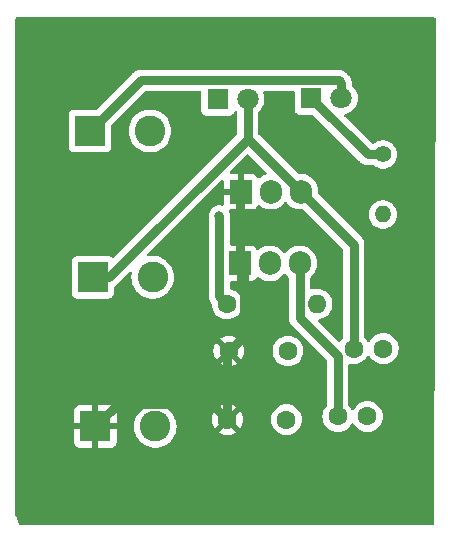
<source format=gbr>
%TF.GenerationSoftware,KiCad,Pcbnew,7.0.7*%
%TF.CreationDate,2023-12-05T02:09:59+05:30*%
%TF.ProjectId,VR 5v and 9v,56522035-7620-4616-9e64-2039762e6b69,rev?*%
%TF.SameCoordinates,Original*%
%TF.FileFunction,Copper,L1,Top*%
%TF.FilePolarity,Positive*%
%FSLAX46Y46*%
G04 Gerber Fmt 4.6, Leading zero omitted, Abs format (unit mm)*
G04 Created by KiCad (PCBNEW 7.0.7) date 2023-12-05 02:09:59*
%MOMM*%
%LPD*%
G01*
G04 APERTURE LIST*
%TA.AperFunction,ComponentPad*%
%ADD10C,1.600000*%
%TD*%
%TA.AperFunction,ComponentPad*%
%ADD11R,1.905000X2.000000*%
%TD*%
%TA.AperFunction,ComponentPad*%
%ADD12O,1.905000X2.000000*%
%TD*%
%TA.AperFunction,ComponentPad*%
%ADD13R,2.600000X2.600000*%
%TD*%
%TA.AperFunction,ComponentPad*%
%ADD14C,2.600000*%
%TD*%
%TA.AperFunction,ComponentPad*%
%ADD15C,1.400000*%
%TD*%
%TA.AperFunction,ComponentPad*%
%ADD16O,1.400000X1.400000*%
%TD*%
%TA.AperFunction,ComponentPad*%
%ADD17O,1.600000X1.600000*%
%TD*%
%TA.AperFunction,ComponentPad*%
%ADD18R,1.800000X1.800000*%
%TD*%
%TA.AperFunction,ComponentPad*%
%ADD19C,1.800000*%
%TD*%
%TA.AperFunction,ViaPad*%
%ADD20C,0.800000*%
%TD*%
%TA.AperFunction,Conductor*%
%ADD21C,0.800000*%
%TD*%
%TA.AperFunction,Conductor*%
%ADD22C,0.250000*%
%TD*%
G04 APERTURE END LIST*
D10*
%TO.P,,1*%
%TO.N,+12V*%
X139060000Y-106710000D03*
%TO.P,,2*%
%TO.N,GND*%
X144060000Y-106710000D03*
%TD*%
%TO.P,C2,1*%
%TO.N,9v*%
X149760000Y-100700000D03*
%TO.P,C2,2*%
%TO.N,GND*%
X152260000Y-100700000D03*
%TD*%
D11*
%TO.P,,1,IN*%
%TO.N,+12V*%
X140190000Y-87400000D03*
D12*
%TO.P,,2,GND*%
%TO.N,GND*%
X142730000Y-87400000D03*
%TO.P,,3,OUT*%
%TO.N,9v*%
X145270000Y-87400000D03*
%TD*%
D13*
%TO.P,J3,1,Pin_1*%
%TO.N,+12V*%
X127875000Y-107285000D03*
D14*
%TO.P,J3,2,Pin_2*%
%TO.N,GND*%
X132955000Y-107285000D03*
%TD*%
D15*
%TO.P,,1*%
%TO.N,Net-(D2-K)*%
X152230000Y-84260000D03*
D16*
%TO.P,,2*%
%TO.N,GND*%
X152230000Y-89340000D03*
%TD*%
D10*
%TO.P,C4,1*%
%TO.N,5v*%
X148410000Y-106440000D03*
%TO.P,C4,2*%
%TO.N,GND*%
X150910000Y-106440000D03*
%TD*%
D11*
%TO.P,,1,IN*%
%TO.N,+12V*%
X140100000Y-93475000D03*
D12*
%TO.P,,2,GND*%
%TO.N,GND*%
X142640000Y-93475000D03*
%TO.P,,3,OUT*%
%TO.N,5v*%
X145180000Y-93475000D03*
%TD*%
D10*
%TO.P,R1,1*%
%TO.N,Net-(D1-K)*%
X139030000Y-96920000D03*
D17*
%TO.P,R1,2*%
%TO.N,GND*%
X146650000Y-96920000D03*
%TD*%
D10*
%TO.P,,1*%
%TO.N,+12V*%
X139190000Y-100900000D03*
%TO.P,,2*%
%TO.N,GND*%
X144190000Y-100900000D03*
%TD*%
D13*
%TO.P,,1,Pin_1*%
%TO.N,5v*%
X127430000Y-82270000D03*
D14*
%TO.P,,2,Pin_2*%
%TO.N,GND*%
X132510000Y-82270000D03*
%TD*%
D18*
%TO.P,D2,1,K*%
%TO.N,Net-(D2-K)*%
X146162000Y-79492000D03*
D19*
%TO.P,D2,2,A*%
%TO.N,5v*%
X148702000Y-79492000D03*
%TD*%
D13*
%TO.P,J2,1,Pin_1*%
%TO.N,9v*%
X127665000Y-94655000D03*
D14*
%TO.P,J2,2,Pin_2*%
%TO.N,GND*%
X132745000Y-94655000D03*
%TD*%
D18*
%TO.P,D1,1,K*%
%TO.N,Net-(D1-K)*%
X138250000Y-79570000D03*
D19*
%TO.P,D1,2,A*%
%TO.N,9v*%
X140790000Y-79570000D03*
%TD*%
D20*
%TO.N,Net-(D1-K)*%
X138390000Y-89460000D03*
%TD*%
D21*
%TO.N,+12V*%
X137735000Y-105385000D02*
X139060000Y-106710000D01*
X139060000Y-101030000D02*
X139190000Y-100900000D01*
X139190000Y-100900000D02*
X140430000Y-99660000D01*
X140430000Y-99660000D02*
X140430000Y-93805000D01*
D22*
X140100000Y-87490000D02*
X140190000Y-87400000D01*
D21*
X129775000Y-105385000D02*
X137735000Y-105385000D01*
D22*
X140155000Y-93530000D02*
X140100000Y-93475000D01*
D21*
X140100000Y-93475000D02*
X140100000Y-87490000D01*
X140430000Y-93805000D02*
X140100000Y-93475000D01*
X139060000Y-106710000D02*
X139060000Y-101030000D01*
X127875000Y-107285000D02*
X129775000Y-105385000D01*
%TO.N,9v*%
X140790000Y-79570000D02*
X140790000Y-82920000D01*
X149760000Y-91890000D02*
X149760000Y-100700000D01*
X129055000Y-94655000D02*
X140790000Y-82920000D01*
X127665000Y-94655000D02*
X129055000Y-94655000D01*
X145270000Y-87400000D02*
X149760000Y-91890000D01*
X140790000Y-82920000D02*
X145270000Y-87400000D01*
%TO.N,5v*%
X148474792Y-77992000D02*
X131708000Y-77992000D01*
X145180000Y-93475000D02*
X145180000Y-98099899D01*
X131708000Y-77992000D02*
X127430000Y-82270000D01*
X148702000Y-79492000D02*
X148702000Y-78219208D01*
X148410000Y-101329899D02*
X148410000Y-106440000D01*
X145180000Y-98099899D02*
X148410000Y-101329899D01*
X148702000Y-78219208D02*
X148474792Y-77992000D01*
%TO.N,Net-(D1-K)*%
X138390000Y-89460000D02*
X138390000Y-96280000D01*
X139030000Y-96920000D02*
X138390000Y-96280000D01*
%TO.N,Net-(D2-K)*%
X146162000Y-79492000D02*
X150930000Y-84260000D01*
X150930000Y-84260000D02*
X152230000Y-84260000D01*
%TD*%
%TA.AperFunction,Conductor*%
%TO.N,+12V*%
G36*
X140368210Y-87950545D02*
G01*
X140420729Y-87996627D01*
X140440000Y-88063018D01*
X140440000Y-88900000D01*
X141190328Y-88900000D01*
X141190344Y-88899999D01*
X141249872Y-88893598D01*
X141249879Y-88893596D01*
X141384586Y-88843354D01*
X141384593Y-88843350D01*
X141499687Y-88757190D01*
X141499690Y-88757187D01*
X141585850Y-88642093D01*
X141585855Y-88642084D01*
X141597312Y-88611367D01*
X141639182Y-88555433D01*
X141704646Y-88531015D01*
X141772920Y-88545866D01*
X141789655Y-88556844D01*
X141932561Y-88668072D01*
X142144336Y-88782679D01*
X142262598Y-88823278D01*
X142372083Y-88860865D01*
X142372085Y-88860865D01*
X142372087Y-88860866D01*
X142609601Y-88900500D01*
X142609602Y-88900500D01*
X142850398Y-88900500D01*
X142850399Y-88900500D01*
X143087913Y-88860866D01*
X143315664Y-88782679D01*
X143527439Y-88668072D01*
X143717463Y-88520171D01*
X143880551Y-88343010D01*
X143896190Y-88319071D01*
X143949336Y-88273714D01*
X144018567Y-88264290D01*
X144081904Y-88293791D01*
X144103808Y-88319070D01*
X144119449Y-88343010D01*
X144282537Y-88520171D01*
X144472561Y-88668072D01*
X144684336Y-88782679D01*
X144802598Y-88823278D01*
X144912083Y-88860865D01*
X144912085Y-88860865D01*
X144912087Y-88860866D01*
X145149601Y-88900500D01*
X145149602Y-88900500D01*
X145390400Y-88900500D01*
X145397731Y-88899276D01*
X145418796Y-88895761D01*
X145488161Y-88904141D01*
X145526889Y-88930388D01*
X148823181Y-92226680D01*
X148856666Y-92288003D01*
X148859500Y-92314361D01*
X148859500Y-99709950D01*
X148839815Y-99776989D01*
X148823182Y-99797631D01*
X148759951Y-99860862D01*
X148629430Y-100047268D01*
X148626721Y-100051961D01*
X148624519Y-100050689D01*
X148585363Y-100095117D01*
X148518160Y-100114237D01*
X148451289Y-100093988D01*
X148431523Y-100077922D01*
X146772807Y-98419207D01*
X146739322Y-98357884D01*
X146744306Y-98288192D01*
X146786178Y-98232259D01*
X146849680Y-98207998D01*
X146876692Y-98205635D01*
X147096496Y-98146739D01*
X147302734Y-98050568D01*
X147489139Y-97920047D01*
X147650047Y-97759139D01*
X147780568Y-97572734D01*
X147876739Y-97366496D01*
X147935635Y-97146692D01*
X147955468Y-96920000D01*
X147935635Y-96693308D01*
X147876739Y-96473504D01*
X147780568Y-96267266D01*
X147650047Y-96080861D01*
X147650045Y-96080858D01*
X147489141Y-95919954D01*
X147302734Y-95789432D01*
X147302732Y-95789431D01*
X147096497Y-95693261D01*
X147096488Y-95693258D01*
X146876697Y-95634366D01*
X146876693Y-95634365D01*
X146876692Y-95634365D01*
X146876691Y-95634364D01*
X146876686Y-95634364D01*
X146650002Y-95614532D01*
X146649998Y-95614532D01*
X146423313Y-95634364D01*
X146423302Y-95634366D01*
X146236593Y-95684394D01*
X146166743Y-95682731D01*
X146108881Y-95643568D01*
X146081377Y-95579339D01*
X146080500Y-95564619D01*
X146080500Y-94723476D01*
X146100185Y-94656437D01*
X146128335Y-94625624D01*
X146167463Y-94595171D01*
X146330551Y-94418010D01*
X146462255Y-94216422D01*
X146558983Y-93995905D01*
X146618095Y-93762476D01*
X146633000Y-93582600D01*
X146633000Y-93367400D01*
X146618095Y-93187524D01*
X146558983Y-92954095D01*
X146462255Y-92733578D01*
X146330551Y-92531990D01*
X146167463Y-92354829D01*
X146033358Y-92250451D01*
X145977441Y-92206929D01*
X145765665Y-92092321D01*
X145765656Y-92092318D01*
X145537916Y-92014134D01*
X145341766Y-91981403D01*
X145300399Y-91974500D01*
X145059601Y-91974500D01*
X145018234Y-91981403D01*
X144822083Y-92014134D01*
X144594343Y-92092318D01*
X144594334Y-92092321D01*
X144382558Y-92206929D01*
X144278395Y-92288003D01*
X144192537Y-92354829D01*
X144029449Y-92531990D01*
X144013808Y-92555931D01*
X143960661Y-92601287D01*
X143891430Y-92610710D01*
X143828094Y-92581207D01*
X143806192Y-92555931D01*
X143790551Y-92531990D01*
X143627463Y-92354829D01*
X143493358Y-92250451D01*
X143437441Y-92206929D01*
X143225665Y-92092321D01*
X143225656Y-92092318D01*
X142997916Y-92014134D01*
X142801766Y-91981403D01*
X142760399Y-91974500D01*
X142519601Y-91974500D01*
X142478234Y-91981403D01*
X142282083Y-92014134D01*
X142054343Y-92092318D01*
X142054334Y-92092321D01*
X141842559Y-92206929D01*
X141699656Y-92318155D01*
X141634662Y-92343797D01*
X141566122Y-92330230D01*
X141515797Y-92281762D01*
X141507312Y-92263633D01*
X141495855Y-92232915D01*
X141495850Y-92232906D01*
X141409690Y-92117812D01*
X141409687Y-92117809D01*
X141294593Y-92031649D01*
X141294586Y-92031645D01*
X141159879Y-91981403D01*
X141159872Y-91981401D01*
X141100344Y-91975000D01*
X140350000Y-91975000D01*
X140350000Y-92810347D01*
X140330315Y-92877386D01*
X140277511Y-92923141D01*
X140208353Y-92933085D01*
X140192547Y-92929749D01*
X140175598Y-92925000D01*
X140175596Y-92925000D01*
X140062378Y-92925000D01*
X140062376Y-92925000D01*
X139990884Y-92934826D01*
X139921789Y-92924453D01*
X139869270Y-92878371D01*
X139850000Y-92811981D01*
X139850000Y-91975000D01*
X139414500Y-91975000D01*
X139347461Y-91955315D01*
X139301706Y-91902511D01*
X139290500Y-91851000D01*
X139290500Y-89510445D01*
X139290840Y-89503960D01*
X139291929Y-89493595D01*
X139295460Y-89460000D01*
X139275674Y-89271744D01*
X139217179Y-89091716D01*
X139213876Y-89085996D01*
X139197407Y-89018096D01*
X139220261Y-88952070D01*
X139275183Y-88908881D01*
X139321266Y-88900000D01*
X139940000Y-88900000D01*
X139940000Y-88064652D01*
X139959685Y-87997613D01*
X140012489Y-87951858D01*
X140081647Y-87941914D01*
X140097447Y-87945248D01*
X140114404Y-87950000D01*
X140114406Y-87950000D01*
X140227622Y-87950000D01*
X140299116Y-87940173D01*
X140368210Y-87950545D01*
G37*
%TD.AperFunction*%
%TA.AperFunction,Conductor*%
G36*
X140833333Y-84252678D02*
G01*
X140877677Y-84281177D01*
X141668737Y-85072236D01*
X142353374Y-85756873D01*
X142386859Y-85818196D01*
X142381875Y-85887888D01*
X142340003Y-85943821D01*
X142305957Y-85961835D01*
X142144340Y-86017319D01*
X142144334Y-86017321D01*
X141932559Y-86131929D01*
X141789656Y-86243155D01*
X141724662Y-86268797D01*
X141656122Y-86255230D01*
X141605797Y-86206762D01*
X141597312Y-86188633D01*
X141585855Y-86157915D01*
X141585850Y-86157906D01*
X141499690Y-86042812D01*
X141499687Y-86042809D01*
X141384593Y-85956649D01*
X141384586Y-85956645D01*
X141249879Y-85906403D01*
X141249872Y-85906401D01*
X141190344Y-85900000D01*
X140440000Y-85900000D01*
X140440000Y-86735347D01*
X140420315Y-86802386D01*
X140367511Y-86848141D01*
X140298353Y-86858085D01*
X140282547Y-86854749D01*
X140265598Y-86850000D01*
X140265596Y-86850000D01*
X140152378Y-86850000D01*
X140152376Y-86850000D01*
X140080884Y-86859826D01*
X140011789Y-86849453D01*
X139959270Y-86803371D01*
X139940000Y-86736981D01*
X139940000Y-85900000D01*
X139382859Y-85900000D01*
X139315820Y-85880315D01*
X139270065Y-85827511D01*
X139260121Y-85758353D01*
X139289146Y-85694797D01*
X139295164Y-85688333D01*
X140702320Y-84281177D01*
X140763641Y-84247694D01*
X140833333Y-84252678D01*
G37*
%TD.AperFunction*%
%TA.AperFunction,Conductor*%
G36*
X156662519Y-72669685D02*
G01*
X156708274Y-72722489D01*
X156719478Y-72774518D01*
X156543290Y-114874045D01*
X156540517Y-115536519D01*
X156520552Y-115603475D01*
X156467557Y-115649009D01*
X156416518Y-115660000D01*
X121560585Y-115660000D01*
X121493546Y-115640315D01*
X121447791Y-115587511D01*
X121447272Y-115586361D01*
X121320637Y-115301434D01*
X121130685Y-114874042D01*
X121120000Y-114823688D01*
X121120000Y-108632844D01*
X126075000Y-108632844D01*
X126081401Y-108692372D01*
X126081403Y-108692379D01*
X126131645Y-108827086D01*
X126131649Y-108827093D01*
X126217809Y-108942187D01*
X126217812Y-108942190D01*
X126332906Y-109028350D01*
X126332913Y-109028354D01*
X126467620Y-109078596D01*
X126467627Y-109078598D01*
X126527155Y-109084999D01*
X126527172Y-109085000D01*
X127624999Y-109085000D01*
X127624999Y-108051753D01*
X127644684Y-107984714D01*
X127697487Y-107938959D01*
X127766646Y-107929015D01*
X127779823Y-107931646D01*
X127792886Y-107935000D01*
X127792890Y-107935000D01*
X127915892Y-107935000D01*
X127915894Y-107935000D01*
X127915899Y-107934999D01*
X127915903Y-107934999D01*
X127963270Y-107929015D01*
X127985458Y-107926212D01*
X128054436Y-107937338D01*
X128106448Y-107983991D01*
X128125000Y-108049234D01*
X128124999Y-109084999D01*
X128125000Y-109085000D01*
X129222828Y-109085000D01*
X129222844Y-109084999D01*
X129282372Y-109078598D01*
X129282379Y-109078596D01*
X129417086Y-109028354D01*
X129417093Y-109028350D01*
X129532187Y-108942190D01*
X129532190Y-108942187D01*
X129618350Y-108827093D01*
X129618354Y-108827086D01*
X129668596Y-108692379D01*
X129668598Y-108692372D01*
X129674999Y-108632844D01*
X129675000Y-108632827D01*
X129675000Y-107535000D01*
X128638921Y-107535000D01*
X128571882Y-107515315D01*
X128526127Y-107462511D01*
X128516183Y-107393353D01*
X128517117Y-107387766D01*
X128517659Y-107384919D01*
X128528873Y-107326138D01*
X128526285Y-107285004D01*
X131149451Y-107285004D01*
X131169616Y-107554101D01*
X131229664Y-107817188D01*
X131229666Y-107817195D01*
X131320735Y-108049234D01*
X131328257Y-108068398D01*
X131463185Y-108302102D01*
X131599080Y-108472509D01*
X131631442Y-108513089D01*
X131818183Y-108686358D01*
X131829259Y-108696635D01*
X132052226Y-108848651D01*
X132295359Y-108965738D01*
X132553228Y-109045280D01*
X132553229Y-109045280D01*
X132553232Y-109045281D01*
X132820063Y-109085499D01*
X132820068Y-109085499D01*
X132820071Y-109085500D01*
X132820072Y-109085500D01*
X133089928Y-109085500D01*
X133089929Y-109085500D01*
X133089936Y-109085499D01*
X133356767Y-109045281D01*
X133356768Y-109045280D01*
X133356772Y-109045280D01*
X133614641Y-108965738D01*
X133857775Y-108848651D01*
X134080741Y-108696635D01*
X134278561Y-108513085D01*
X134446815Y-108302102D01*
X134581743Y-108068398D01*
X134680334Y-107817195D01*
X134740383Y-107554103D01*
X134757466Y-107326138D01*
X134760549Y-107285004D01*
X134760549Y-107284995D01*
X134742012Y-107037636D01*
X134740383Y-107015897D01*
X134680334Y-106752805D01*
X134663535Y-106710002D01*
X137755034Y-106710002D01*
X137774858Y-106936599D01*
X137774860Y-106936610D01*
X137833730Y-107156317D01*
X137833734Y-107156326D01*
X137929865Y-107362481D01*
X137929866Y-107362483D01*
X137980973Y-107435471D01*
X137980973Y-107435472D01*
X138522580Y-106893865D01*
X138583903Y-106860380D01*
X138653594Y-106865364D01*
X138709528Y-106907235D01*
X138720742Y-106925246D01*
X138725175Y-106933945D01*
X138732358Y-106948044D01*
X138732363Y-106948050D01*
X138821949Y-107037636D01*
X138821951Y-107037637D01*
X138821955Y-107037641D01*
X138844747Y-107049254D01*
X138895542Y-107097228D01*
X138912337Y-107165049D01*
X138889799Y-107231184D01*
X138876132Y-107247419D01*
X138334526Y-107789025D01*
X138334526Y-107789026D01*
X138407512Y-107840131D01*
X138407516Y-107840133D01*
X138613673Y-107936265D01*
X138613682Y-107936269D01*
X138833389Y-107995139D01*
X138833400Y-107995141D01*
X139059998Y-108014966D01*
X139060002Y-108014966D01*
X139286599Y-107995141D01*
X139286610Y-107995139D01*
X139506317Y-107936269D01*
X139506331Y-107936264D01*
X139712478Y-107840136D01*
X139785472Y-107789025D01*
X139243866Y-107247419D01*
X139210381Y-107186096D01*
X139215365Y-107116404D01*
X139257237Y-107060471D01*
X139275245Y-107049258D01*
X139298045Y-107037641D01*
X139387641Y-106948045D01*
X139399254Y-106925252D01*
X139447225Y-106874458D01*
X139515046Y-106857661D01*
X139581181Y-106880197D01*
X139597419Y-106893866D01*
X140139025Y-107435472D01*
X140190136Y-107362478D01*
X140286264Y-107156331D01*
X140286269Y-107156317D01*
X140345139Y-106936610D01*
X140345141Y-106936599D01*
X140364966Y-106710002D01*
X140364966Y-106710001D01*
X142754532Y-106710001D01*
X142774364Y-106936686D01*
X142774366Y-106936697D01*
X142833258Y-107156488D01*
X142833261Y-107156497D01*
X142929431Y-107362732D01*
X142929432Y-107362734D01*
X143059954Y-107549141D01*
X143220858Y-107710045D01*
X143220861Y-107710047D01*
X143407266Y-107840568D01*
X143613504Y-107936739D01*
X143613509Y-107936740D01*
X143613511Y-107936741D01*
X143621789Y-107938959D01*
X143833308Y-107995635D01*
X143995230Y-108009801D01*
X144059998Y-108015468D01*
X144060000Y-108015468D01*
X144060002Y-108015468D01*
X144116672Y-108010509D01*
X144286692Y-107995635D01*
X144506496Y-107936739D01*
X144712734Y-107840568D01*
X144899139Y-107710047D01*
X145060047Y-107549139D01*
X145190568Y-107362734D01*
X145286739Y-107156496D01*
X145345635Y-106936692D01*
X145365468Y-106710000D01*
X145361679Y-106666697D01*
X145359430Y-106640984D01*
X145345635Y-106483308D01*
X145286739Y-106263504D01*
X145190568Y-106057266D01*
X145060047Y-105870861D01*
X145060045Y-105870858D01*
X144899141Y-105709954D01*
X144712734Y-105579432D01*
X144712732Y-105579431D01*
X144506497Y-105483261D01*
X144506488Y-105483258D01*
X144286697Y-105424366D01*
X144286693Y-105424365D01*
X144286692Y-105424365D01*
X144286691Y-105424364D01*
X144286686Y-105424364D01*
X144060002Y-105404532D01*
X144059998Y-105404532D01*
X143833313Y-105424364D01*
X143833302Y-105424366D01*
X143613511Y-105483258D01*
X143613502Y-105483261D01*
X143407267Y-105579431D01*
X143407265Y-105579432D01*
X143220858Y-105709954D01*
X143059954Y-105870858D01*
X142929432Y-106057265D01*
X142929431Y-106057267D01*
X142833261Y-106263502D01*
X142833258Y-106263511D01*
X142774366Y-106483302D01*
X142774364Y-106483313D01*
X142754532Y-106709998D01*
X142754532Y-106710001D01*
X140364966Y-106710001D01*
X140364966Y-106709997D01*
X140345141Y-106483400D01*
X140345139Y-106483389D01*
X140286269Y-106263682D01*
X140286265Y-106263673D01*
X140190133Y-106057516D01*
X140190131Y-106057512D01*
X140139026Y-105984526D01*
X140139025Y-105984526D01*
X139597419Y-106526132D01*
X139536096Y-106559617D01*
X139466404Y-106554633D01*
X139410471Y-106512761D01*
X139399256Y-106494751D01*
X139387641Y-106471955D01*
X139387637Y-106471951D01*
X139387636Y-106471949D01*
X139298050Y-106382363D01*
X139298044Y-106382358D01*
X139288109Y-106377296D01*
X139275250Y-106370744D01*
X139224456Y-106322773D01*
X139207660Y-106254952D01*
X139230197Y-106188817D01*
X139243865Y-106172580D01*
X139785472Y-105630973D01*
X139712483Y-105579866D01*
X139712481Y-105579865D01*
X139506326Y-105483734D01*
X139506317Y-105483730D01*
X139286610Y-105424860D01*
X139286599Y-105424858D01*
X139060002Y-105405034D01*
X139059998Y-105405034D01*
X138833400Y-105424858D01*
X138833389Y-105424860D01*
X138613682Y-105483730D01*
X138613673Y-105483734D01*
X138407513Y-105579868D01*
X138334526Y-105630973D01*
X138876133Y-106172580D01*
X138909618Y-106233903D01*
X138904634Y-106303595D01*
X138862762Y-106359528D01*
X138844748Y-106370745D01*
X138821956Y-106382358D01*
X138821949Y-106382363D01*
X138732363Y-106471949D01*
X138732358Y-106471956D01*
X138720745Y-106494748D01*
X138672770Y-106545544D01*
X138604949Y-106562338D01*
X138538814Y-106539800D01*
X138522580Y-106526133D01*
X137980973Y-105984526D01*
X137929868Y-106057513D01*
X137833734Y-106263673D01*
X137833730Y-106263682D01*
X137774860Y-106483389D01*
X137774858Y-106483400D01*
X137755034Y-106709997D01*
X137755034Y-106710002D01*
X134663535Y-106710002D01*
X134581743Y-106501602D01*
X134446815Y-106267898D01*
X134278561Y-106056915D01*
X134278560Y-106056914D01*
X134278557Y-106056910D01*
X134080741Y-105873365D01*
X133976634Y-105802386D01*
X133857775Y-105721349D01*
X133857769Y-105721346D01*
X133857768Y-105721345D01*
X133857767Y-105721344D01*
X133614643Y-105604263D01*
X133614645Y-105604263D01*
X133356773Y-105524720D01*
X133356767Y-105524718D01*
X133089936Y-105484500D01*
X133089929Y-105484500D01*
X132820071Y-105484500D01*
X132820063Y-105484500D01*
X132553232Y-105524718D01*
X132553226Y-105524720D01*
X132295358Y-105604262D01*
X132052230Y-105721346D01*
X131829258Y-105873365D01*
X131631442Y-106056910D01*
X131463185Y-106267898D01*
X131328258Y-106501599D01*
X131328256Y-106501603D01*
X131229666Y-106752804D01*
X131229664Y-106752811D01*
X131169616Y-107015898D01*
X131149451Y-107284995D01*
X131149451Y-107285004D01*
X128526285Y-107285004D01*
X128518847Y-107166784D01*
X128534283Y-107098643D01*
X128584109Y-107049663D01*
X128642602Y-107035000D01*
X129674999Y-107035000D01*
X129675000Y-105937172D01*
X129674999Y-105937155D01*
X129668598Y-105877627D01*
X129668596Y-105877620D01*
X129618354Y-105742913D01*
X129618350Y-105742906D01*
X129532190Y-105627812D01*
X129532187Y-105627809D01*
X129417093Y-105541649D01*
X129417086Y-105541645D01*
X129282379Y-105491403D01*
X129282372Y-105491401D01*
X129222844Y-105485000D01*
X128125000Y-105485000D01*
X128125000Y-106518246D01*
X128105315Y-106585285D01*
X128052511Y-106631040D01*
X127983353Y-106640984D01*
X127970165Y-106638351D01*
X127957115Y-106635000D01*
X127957114Y-106635000D01*
X127834106Y-106635000D01*
X127834104Y-106635000D01*
X127834091Y-106635001D01*
X127764539Y-106643787D01*
X127695561Y-106632660D01*
X127643550Y-106586006D01*
X127624999Y-106520765D01*
X127625000Y-105485000D01*
X126527155Y-105485000D01*
X126467627Y-105491401D01*
X126467620Y-105491403D01*
X126332913Y-105541645D01*
X126332906Y-105541649D01*
X126217812Y-105627809D01*
X126217809Y-105627812D01*
X126131649Y-105742906D01*
X126131645Y-105742913D01*
X126081403Y-105877620D01*
X126081401Y-105877627D01*
X126075000Y-105937155D01*
X126075000Y-107035000D01*
X127111079Y-107035000D01*
X127178118Y-107054685D01*
X127223873Y-107107489D01*
X127233817Y-107176647D01*
X127232883Y-107182234D01*
X127221127Y-107243862D01*
X127230532Y-107393353D01*
X127231153Y-107403214D01*
X127215717Y-107471357D01*
X127165891Y-107520337D01*
X127107398Y-107535000D01*
X126075000Y-107535000D01*
X126075000Y-108632844D01*
X121120000Y-108632844D01*
X121120000Y-100900002D01*
X137885034Y-100900002D01*
X137904858Y-101126599D01*
X137904860Y-101126610D01*
X137963730Y-101346317D01*
X137963734Y-101346326D01*
X138059865Y-101552481D01*
X138059866Y-101552483D01*
X138110973Y-101625471D01*
X138110973Y-101625472D01*
X138652580Y-101083865D01*
X138713903Y-101050380D01*
X138783594Y-101055364D01*
X138839528Y-101097235D01*
X138850742Y-101115246D01*
X138856527Y-101126599D01*
X138862358Y-101138044D01*
X138862363Y-101138050D01*
X138951949Y-101227636D01*
X138951951Y-101227637D01*
X138951955Y-101227641D01*
X138974747Y-101239254D01*
X139025542Y-101287228D01*
X139042337Y-101355049D01*
X139019799Y-101421184D01*
X139006132Y-101437419D01*
X138464526Y-101979025D01*
X138464526Y-101979026D01*
X138537512Y-102030131D01*
X138537516Y-102030133D01*
X138743673Y-102126265D01*
X138743682Y-102126269D01*
X138963389Y-102185139D01*
X138963400Y-102185141D01*
X139189998Y-102204966D01*
X139190002Y-102204966D01*
X139416599Y-102185141D01*
X139416610Y-102185139D01*
X139636317Y-102126269D01*
X139636331Y-102126264D01*
X139842478Y-102030136D01*
X139915472Y-101979025D01*
X139373866Y-101437419D01*
X139340381Y-101376096D01*
X139345365Y-101306404D01*
X139387237Y-101250471D01*
X139405245Y-101239258D01*
X139428045Y-101227641D01*
X139517641Y-101138045D01*
X139529254Y-101115252D01*
X139577225Y-101064458D01*
X139645046Y-101047661D01*
X139711181Y-101070197D01*
X139727419Y-101083866D01*
X140269025Y-101625472D01*
X140320136Y-101552478D01*
X140416264Y-101346331D01*
X140416269Y-101346317D01*
X140475139Y-101126610D01*
X140475141Y-101126599D01*
X140494966Y-100900002D01*
X140494966Y-100900001D01*
X142884532Y-100900001D01*
X142904364Y-101126686D01*
X142904366Y-101126697D01*
X142963258Y-101346488D01*
X142963261Y-101346497D01*
X143059431Y-101552732D01*
X143059432Y-101552734D01*
X143189954Y-101739141D01*
X143350858Y-101900045D01*
X143350861Y-101900047D01*
X143537266Y-102030568D01*
X143743504Y-102126739D01*
X143963308Y-102185635D01*
X144125230Y-102199801D01*
X144189998Y-102205468D01*
X144190000Y-102205468D01*
X144190002Y-102205468D01*
X144246672Y-102200509D01*
X144416692Y-102185635D01*
X144636496Y-102126739D01*
X144842734Y-102030568D01*
X145029139Y-101900047D01*
X145190047Y-101739139D01*
X145320568Y-101552734D01*
X145416739Y-101346496D01*
X145475635Y-101126692D01*
X145495468Y-100900000D01*
X145475635Y-100673308D01*
X145422047Y-100473313D01*
X145416741Y-100453511D01*
X145416738Y-100453502D01*
X145402936Y-100423903D01*
X145320568Y-100247266D01*
X145190047Y-100060861D01*
X145190045Y-100060858D01*
X145029141Y-99899954D01*
X144842734Y-99769432D01*
X144842732Y-99769431D01*
X144636497Y-99673261D01*
X144636488Y-99673258D01*
X144416697Y-99614366D01*
X144416693Y-99614365D01*
X144416692Y-99614365D01*
X144416691Y-99614364D01*
X144416686Y-99614364D01*
X144190002Y-99594532D01*
X144189998Y-99594532D01*
X143963313Y-99614364D01*
X143963302Y-99614366D01*
X143743511Y-99673258D01*
X143743502Y-99673261D01*
X143537267Y-99769431D01*
X143537265Y-99769432D01*
X143350858Y-99899954D01*
X143189954Y-100060858D01*
X143059432Y-100247265D01*
X143059431Y-100247267D01*
X142963261Y-100453502D01*
X142963258Y-100453511D01*
X142904366Y-100673302D01*
X142904364Y-100673313D01*
X142884532Y-100899998D01*
X142884532Y-100900001D01*
X140494966Y-100900001D01*
X140494966Y-100899997D01*
X140475141Y-100673400D01*
X140475139Y-100673389D01*
X140416269Y-100453682D01*
X140416265Y-100453673D01*
X140320133Y-100247516D01*
X140320131Y-100247512D01*
X140269026Y-100174526D01*
X140269025Y-100174526D01*
X139727419Y-100716132D01*
X139666096Y-100749617D01*
X139596404Y-100744633D01*
X139540471Y-100702761D01*
X139529256Y-100684751D01*
X139517641Y-100661955D01*
X139517637Y-100661951D01*
X139517636Y-100661949D01*
X139428050Y-100572363D01*
X139428044Y-100572358D01*
X139418109Y-100567296D01*
X139405250Y-100560744D01*
X139354456Y-100512773D01*
X139337660Y-100444952D01*
X139360197Y-100378817D01*
X139373865Y-100362580D01*
X139915472Y-99820973D01*
X139842483Y-99769866D01*
X139842481Y-99769865D01*
X139636326Y-99673734D01*
X139636317Y-99673730D01*
X139416610Y-99614860D01*
X139416599Y-99614858D01*
X139190002Y-99595034D01*
X139189998Y-99595034D01*
X138963400Y-99614858D01*
X138963389Y-99614860D01*
X138743682Y-99673730D01*
X138743673Y-99673734D01*
X138537513Y-99769868D01*
X138464526Y-99820973D01*
X139006133Y-100362580D01*
X139039618Y-100423903D01*
X139034634Y-100493595D01*
X138992762Y-100549528D01*
X138974748Y-100560745D01*
X138951956Y-100572358D01*
X138951949Y-100572363D01*
X138862363Y-100661949D01*
X138862358Y-100661956D01*
X138850745Y-100684748D01*
X138802770Y-100735544D01*
X138734949Y-100752338D01*
X138668814Y-100729800D01*
X138652580Y-100716133D01*
X138110973Y-100174526D01*
X138059868Y-100247513D01*
X137963734Y-100453673D01*
X137963730Y-100453682D01*
X137904860Y-100673389D01*
X137904858Y-100673400D01*
X137885034Y-100899997D01*
X137885034Y-100900002D01*
X121120000Y-100900002D01*
X121120000Y-83617870D01*
X125629500Y-83617870D01*
X125629501Y-83617876D01*
X125635908Y-83677483D01*
X125686202Y-83812328D01*
X125686206Y-83812335D01*
X125772452Y-83927544D01*
X125772455Y-83927547D01*
X125887664Y-84013793D01*
X125887671Y-84013797D01*
X126022517Y-84064091D01*
X126022516Y-84064091D01*
X126029444Y-84064835D01*
X126082127Y-84070500D01*
X128777872Y-84070499D01*
X128837483Y-84064091D01*
X128972331Y-84013796D01*
X129087546Y-83927546D01*
X129173796Y-83812331D01*
X129224091Y-83677483D01*
X129230500Y-83617873D01*
X129230499Y-82270004D01*
X130704451Y-82270004D01*
X130724616Y-82539101D01*
X130784664Y-82802188D01*
X130784666Y-82802195D01*
X130883257Y-83053398D01*
X131018185Y-83287102D01*
X131075921Y-83359500D01*
X131186442Y-83498089D01*
X131373183Y-83671358D01*
X131384259Y-83681635D01*
X131607226Y-83833651D01*
X131850359Y-83950738D01*
X132108228Y-84030280D01*
X132108229Y-84030280D01*
X132108232Y-84030281D01*
X132375063Y-84070499D01*
X132375068Y-84070499D01*
X132375071Y-84070500D01*
X132375072Y-84070500D01*
X132644928Y-84070500D01*
X132644929Y-84070500D01*
X132644936Y-84070499D01*
X132911767Y-84030281D01*
X132911768Y-84030280D01*
X132911772Y-84030280D01*
X133169641Y-83950738D01*
X133412775Y-83833651D01*
X133635741Y-83681635D01*
X133833561Y-83498085D01*
X134001815Y-83287102D01*
X134136743Y-83053398D01*
X134235334Y-82802195D01*
X134295383Y-82539103D01*
X134315549Y-82270000D01*
X134295383Y-82000897D01*
X134235334Y-81737805D01*
X134136743Y-81486602D01*
X134001815Y-81252898D01*
X133833561Y-81041915D01*
X133833560Y-81041914D01*
X133833557Y-81041910D01*
X133635741Y-80858365D01*
X133629776Y-80854298D01*
X133412775Y-80706349D01*
X133412769Y-80706346D01*
X133412768Y-80706345D01*
X133412767Y-80706344D01*
X133169643Y-80589263D01*
X133169645Y-80589263D01*
X132911773Y-80509720D01*
X132911767Y-80509718D01*
X132644936Y-80469500D01*
X132644929Y-80469500D01*
X132375071Y-80469500D01*
X132375063Y-80469500D01*
X132108232Y-80509718D01*
X132108226Y-80509720D01*
X131850358Y-80589262D01*
X131607230Y-80706346D01*
X131384258Y-80858365D01*
X131186442Y-81041910D01*
X131018185Y-81252898D01*
X130883258Y-81486599D01*
X130883256Y-81486603D01*
X130784666Y-81737804D01*
X130784664Y-81737811D01*
X130724616Y-82000898D01*
X130704451Y-82269995D01*
X130704451Y-82270004D01*
X129230499Y-82270004D01*
X129230499Y-81794359D01*
X129250184Y-81727321D01*
X129266813Y-81706684D01*
X132044680Y-78928819D01*
X132106004Y-78895334D01*
X132132362Y-78892500D01*
X136725500Y-78892500D01*
X136792539Y-78912185D01*
X136838294Y-78964989D01*
X136849500Y-79016500D01*
X136849500Y-80517870D01*
X136849501Y-80517876D01*
X136855908Y-80577483D01*
X136906202Y-80712328D01*
X136906206Y-80712335D01*
X136992452Y-80827544D01*
X136992455Y-80827547D01*
X137107664Y-80913793D01*
X137107671Y-80913797D01*
X137242517Y-80964091D01*
X137242516Y-80964091D01*
X137249444Y-80964835D01*
X137302127Y-80970500D01*
X139197872Y-80970499D01*
X139257483Y-80964091D01*
X139392331Y-80913796D01*
X139507546Y-80827546D01*
X139593796Y-80712331D01*
X139610156Y-80668468D01*
X139622455Y-80635493D01*
X139664326Y-80579559D01*
X139729790Y-80555141D01*
X139798063Y-80569992D01*
X139829866Y-80594843D01*
X139838216Y-80603913D01*
X139841655Y-80606589D01*
X139882472Y-80663295D01*
X139889500Y-80704448D01*
X139889500Y-82495638D01*
X139869815Y-82562677D01*
X139853181Y-82583319D01*
X129465147Y-92971352D01*
X129403824Y-93004837D01*
X129334132Y-92999853D01*
X129303155Y-92982938D01*
X129291565Y-92974262D01*
X129225760Y-92925000D01*
X129207330Y-92911203D01*
X129207328Y-92911202D01*
X129072482Y-92860908D01*
X129072483Y-92860908D01*
X129012883Y-92854501D01*
X129012881Y-92854500D01*
X129012873Y-92854500D01*
X129012864Y-92854500D01*
X126317129Y-92854500D01*
X126317123Y-92854501D01*
X126257516Y-92860908D01*
X126122671Y-92911202D01*
X126122664Y-92911206D01*
X126007455Y-92997452D01*
X126007452Y-92997455D01*
X125921206Y-93112664D01*
X125921202Y-93112671D01*
X125870908Y-93247517D01*
X125864501Y-93307116D01*
X125864500Y-93307135D01*
X125864500Y-96002870D01*
X125864501Y-96002876D01*
X125870908Y-96062483D01*
X125921202Y-96197328D01*
X125921206Y-96197335D01*
X126007452Y-96312544D01*
X126007455Y-96312547D01*
X126122664Y-96398793D01*
X126122671Y-96398797D01*
X126257517Y-96449091D01*
X126257516Y-96449091D01*
X126264444Y-96449835D01*
X126317127Y-96455500D01*
X129012872Y-96455499D01*
X129072483Y-96449091D01*
X129207331Y-96398796D01*
X129322546Y-96312546D01*
X129408796Y-96197331D01*
X129459091Y-96062483D01*
X129465500Y-96002873D01*
X129465499Y-95532481D01*
X129485183Y-95465443D01*
X129533206Y-95421996D01*
X129548149Y-95414383D01*
X129548150Y-95414381D01*
X129548152Y-95414381D01*
X129559031Y-95405570D01*
X129575083Y-95394537D01*
X129587216Y-95387533D01*
X129638847Y-95341043D01*
X129641260Y-95338982D01*
X129658380Y-95325119D01*
X129673929Y-95309568D01*
X129676270Y-95307347D01*
X129727888Y-95260871D01*
X129736130Y-95249525D01*
X129748760Y-95234737D01*
X130762335Y-94221162D01*
X130823656Y-94187679D01*
X130893348Y-94192663D01*
X130949281Y-94234535D01*
X130973698Y-94299999D01*
X130970905Y-94336437D01*
X130959616Y-94385896D01*
X130959616Y-94385898D01*
X130939451Y-94654995D01*
X130939451Y-94655004D01*
X130959616Y-94924101D01*
X131019664Y-95187188D01*
X131019666Y-95187195D01*
X131118256Y-95438396D01*
X131118258Y-95438400D01*
X131133871Y-95465443D01*
X131253185Y-95672102D01*
X131346752Y-95789431D01*
X131421442Y-95883089D01*
X131550543Y-96002876D01*
X131619259Y-96066635D01*
X131842226Y-96218651D01*
X132085359Y-96335738D01*
X132343228Y-96415280D01*
X132343229Y-96415280D01*
X132343232Y-96415281D01*
X132610063Y-96455499D01*
X132610068Y-96455499D01*
X132610071Y-96455500D01*
X132610072Y-96455500D01*
X132879928Y-96455500D01*
X132879929Y-96455500D01*
X132879936Y-96455499D01*
X133146767Y-96415281D01*
X133146768Y-96415280D01*
X133146772Y-96415280D01*
X133404641Y-96335738D01*
X133647775Y-96218651D01*
X133870741Y-96066635D01*
X134068561Y-95883085D01*
X134236815Y-95672102D01*
X134371743Y-95438398D01*
X134470334Y-95187195D01*
X134530383Y-94924103D01*
X134545897Y-94717084D01*
X134550549Y-94655004D01*
X134550549Y-94654995D01*
X134530383Y-94385898D01*
X134530383Y-94385896D01*
X134470334Y-94122805D01*
X134371743Y-93871602D01*
X134236815Y-93637898D01*
X134068561Y-93426915D01*
X134068560Y-93426914D01*
X134068557Y-93426910D01*
X133870741Y-93243365D01*
X133835862Y-93219585D01*
X133647775Y-93091349D01*
X133647771Y-93091347D01*
X133647768Y-93091345D01*
X133647767Y-93091344D01*
X133404643Y-92974263D01*
X133404645Y-92974263D01*
X133146773Y-92894720D01*
X133146767Y-92894718D01*
X132879936Y-92854500D01*
X132879929Y-92854500D01*
X132610071Y-92854500D01*
X132610063Y-92854500D01*
X132416241Y-92883714D01*
X132347016Y-92874241D01*
X132293903Y-92828846D01*
X132273763Y-92761942D01*
X132292991Y-92694770D01*
X132310074Y-92673423D01*
X138525821Y-86457676D01*
X138587142Y-86424193D01*
X138656834Y-86429177D01*
X138712767Y-86471049D01*
X138737184Y-86536513D01*
X138737500Y-86545359D01*
X138737500Y-87150000D01*
X139523044Y-87150000D01*
X139590083Y-87169685D01*
X139635838Y-87222489D01*
X139646755Y-87282463D01*
X139646441Y-87287045D01*
X139646441Y-87287047D01*
X139636123Y-87437886D01*
X139649191Y-87500772D01*
X139643557Y-87570414D01*
X139601166Y-87625955D01*
X139535477Y-87649761D01*
X139527784Y-87650000D01*
X138737500Y-87650000D01*
X138737500Y-88447827D01*
X138737678Y-88451153D01*
X138736655Y-88451207D01*
X138724994Y-88515774D01*
X138677374Y-88566903D01*
X138609672Y-88584170D01*
X138588340Y-88581540D01*
X138484647Y-88559500D01*
X138484646Y-88559500D01*
X138295354Y-88559500D01*
X138262897Y-88566398D01*
X138110197Y-88598855D01*
X138110192Y-88598857D01*
X137937270Y-88675848D01*
X137937265Y-88675851D01*
X137784129Y-88787111D01*
X137657466Y-88927785D01*
X137562821Y-89091715D01*
X137562818Y-89091722D01*
X137504327Y-89271740D01*
X137504326Y-89271744D01*
X137484540Y-89460000D01*
X137489160Y-89503960D01*
X137489500Y-89510445D01*
X137489500Y-96199373D01*
X137487973Y-96218772D01*
X137485781Y-96232611D01*
X137489415Y-96301956D01*
X137489500Y-96305201D01*
X137489500Y-96327189D01*
X137491797Y-96349059D01*
X137492051Y-96352290D01*
X137495686Y-96421643D01*
X137495688Y-96421653D01*
X137499315Y-96435189D01*
X137502860Y-96454314D01*
X137502985Y-96455499D01*
X137504326Y-96468256D01*
X137506030Y-96473502D01*
X137525784Y-96534298D01*
X137526705Y-96537409D01*
X137544679Y-96604486D01*
X137544684Y-96604498D01*
X137551043Y-96616978D01*
X137558488Y-96634949D01*
X137562820Y-96648282D01*
X137597537Y-96708414D01*
X137599085Y-96711266D01*
X137620992Y-96754259D01*
X137630617Y-96773149D01*
X137630619Y-96773151D01*
X137630620Y-96773153D01*
X137639438Y-96784043D01*
X137650454Y-96800070D01*
X137657465Y-96812213D01*
X137657470Y-96812220D01*
X137693543Y-96852284D01*
X137723772Y-96915277D01*
X137724920Y-96924447D01*
X137744364Y-97146687D01*
X137744366Y-97146697D01*
X137803258Y-97366488D01*
X137803261Y-97366497D01*
X137899431Y-97572732D01*
X137899432Y-97572734D01*
X138029954Y-97759141D01*
X138190858Y-97920045D01*
X138190861Y-97920047D01*
X138377266Y-98050568D01*
X138583504Y-98146739D01*
X138583509Y-98146740D01*
X138583511Y-98146741D01*
X138636415Y-98160916D01*
X138803308Y-98205635D01*
X138965230Y-98219801D01*
X139029998Y-98225468D01*
X139030000Y-98225468D01*
X139030002Y-98225468D01*
X139086672Y-98220509D01*
X139256692Y-98205635D01*
X139476496Y-98146739D01*
X139682734Y-98050568D01*
X139869139Y-97920047D01*
X140030047Y-97759139D01*
X140160568Y-97572734D01*
X140256739Y-97366496D01*
X140315635Y-97146692D01*
X140335468Y-96920000D01*
X140315635Y-96693308D01*
X140256739Y-96473504D01*
X140160568Y-96267266D01*
X140030047Y-96080861D01*
X140030045Y-96080858D01*
X139869141Y-95919954D01*
X139682734Y-95789432D01*
X139682732Y-95789431D01*
X139476495Y-95693260D01*
X139382405Y-95668048D01*
X139322745Y-95631683D01*
X139292217Y-95568835D01*
X139290500Y-95548274D01*
X139290500Y-95099000D01*
X139310185Y-95031961D01*
X139362989Y-94986206D01*
X139414500Y-94975000D01*
X139850000Y-94975000D01*
X139850000Y-94139652D01*
X139869685Y-94072613D01*
X139922489Y-94026858D01*
X139991647Y-94016914D01*
X140007447Y-94020248D01*
X140024404Y-94025000D01*
X140024406Y-94025000D01*
X140137622Y-94025000D01*
X140209116Y-94015173D01*
X140278210Y-94025545D01*
X140330729Y-94071627D01*
X140350000Y-94138018D01*
X140350000Y-94975000D01*
X141100328Y-94975000D01*
X141100344Y-94974999D01*
X141159872Y-94968598D01*
X141159879Y-94968596D01*
X141294586Y-94918354D01*
X141294593Y-94918350D01*
X141409687Y-94832190D01*
X141409690Y-94832187D01*
X141495850Y-94717093D01*
X141495855Y-94717084D01*
X141507312Y-94686367D01*
X141549182Y-94630433D01*
X141614646Y-94606015D01*
X141682920Y-94620866D01*
X141699655Y-94631844D01*
X141842561Y-94743072D01*
X142054336Y-94857679D01*
X142172598Y-94898278D01*
X142282083Y-94935865D01*
X142282085Y-94935865D01*
X142282087Y-94935866D01*
X142519601Y-94975500D01*
X142519602Y-94975500D01*
X142760398Y-94975500D01*
X142760399Y-94975500D01*
X142997913Y-94935866D01*
X143225664Y-94857679D01*
X143437439Y-94743072D01*
X143627463Y-94595171D01*
X143790551Y-94418010D01*
X143806190Y-94394071D01*
X143859336Y-94348714D01*
X143928567Y-94339290D01*
X143991904Y-94368791D01*
X144013808Y-94394070D01*
X144029449Y-94418010D01*
X144192537Y-94595171D01*
X144231662Y-94625623D01*
X144272475Y-94682331D01*
X144279500Y-94723476D01*
X144279500Y-98019272D01*
X144277973Y-98038671D01*
X144275781Y-98052510D01*
X144279415Y-98121855D01*
X144279500Y-98125100D01*
X144279500Y-98147088D01*
X144281797Y-98168958D01*
X144282051Y-98172189D01*
X144285686Y-98241542D01*
X144285688Y-98241552D01*
X144289315Y-98255088D01*
X144292860Y-98274213D01*
X144294325Y-98288148D01*
X144294326Y-98288155D01*
X144294328Y-98288161D01*
X144315784Y-98354197D01*
X144316705Y-98357308D01*
X144334679Y-98424385D01*
X144334684Y-98424397D01*
X144341043Y-98436877D01*
X144348488Y-98454848D01*
X144352820Y-98468181D01*
X144387537Y-98528313D01*
X144389085Y-98531165D01*
X144410992Y-98574158D01*
X144420617Y-98593048D01*
X144420619Y-98593050D01*
X144420620Y-98593052D01*
X144429438Y-98603942D01*
X144440454Y-98619969D01*
X144447465Y-98632112D01*
X144447470Y-98632119D01*
X144493939Y-98683730D01*
X144496043Y-98686194D01*
X144509882Y-98703281D01*
X144525423Y-98718821D01*
X144527657Y-98721176D01*
X144574128Y-98772786D01*
X144585468Y-98781025D01*
X144600265Y-98793663D01*
X147473181Y-101666579D01*
X147506666Y-101727902D01*
X147509500Y-101754260D01*
X147509500Y-105449951D01*
X147489815Y-105516990D01*
X147473181Y-105537632D01*
X147409954Y-105600858D01*
X147279432Y-105787265D01*
X147279431Y-105787267D01*
X147183261Y-105993502D01*
X147183258Y-105993511D01*
X147124366Y-106213302D01*
X147124364Y-106213313D01*
X147104532Y-106439998D01*
X147104532Y-106440001D01*
X147124364Y-106666686D01*
X147124366Y-106666697D01*
X147183258Y-106886488D01*
X147183261Y-106886497D01*
X147279431Y-107092732D01*
X147279432Y-107092734D01*
X147409954Y-107279141D01*
X147570858Y-107440045D01*
X147570861Y-107440047D01*
X147757266Y-107570568D01*
X147963504Y-107666739D01*
X148183308Y-107725635D01*
X148345230Y-107739801D01*
X148409998Y-107745468D01*
X148410000Y-107745468D01*
X148410002Y-107745468D01*
X148466673Y-107740509D01*
X148636692Y-107725635D01*
X148856496Y-107666739D01*
X149062734Y-107570568D01*
X149249139Y-107440047D01*
X149410047Y-107279139D01*
X149540568Y-107092734D01*
X149547618Y-107077614D01*
X149593789Y-107025176D01*
X149660982Y-107006023D01*
X149727864Y-107026238D01*
X149772381Y-107077614D01*
X149779432Y-107092733D01*
X149779432Y-107092734D01*
X149909954Y-107279141D01*
X150070858Y-107440045D01*
X150070861Y-107440047D01*
X150257266Y-107570568D01*
X150463504Y-107666739D01*
X150683308Y-107725635D01*
X150845230Y-107739801D01*
X150909998Y-107745468D01*
X150910000Y-107745468D01*
X150910002Y-107745468D01*
X150966672Y-107740509D01*
X151136692Y-107725635D01*
X151356496Y-107666739D01*
X151562734Y-107570568D01*
X151749139Y-107440047D01*
X151910047Y-107279139D01*
X152040568Y-107092734D01*
X152136739Y-106886496D01*
X152195635Y-106666692D01*
X152215468Y-106440000D01*
X152195635Y-106213308D01*
X152136739Y-105993504D01*
X152040568Y-105787266D01*
X151910047Y-105600861D01*
X151910045Y-105600858D01*
X151749141Y-105439954D01*
X151562734Y-105309432D01*
X151562732Y-105309431D01*
X151356497Y-105213261D01*
X151356488Y-105213258D01*
X151136697Y-105154366D01*
X151136693Y-105154365D01*
X151136692Y-105154365D01*
X151136691Y-105154364D01*
X151136686Y-105154364D01*
X150910002Y-105134532D01*
X150909998Y-105134532D01*
X150683313Y-105154364D01*
X150683302Y-105154366D01*
X150463511Y-105213258D01*
X150463502Y-105213261D01*
X150257267Y-105309431D01*
X150257265Y-105309432D01*
X150070858Y-105439954D01*
X149909954Y-105600858D01*
X149779433Y-105787264D01*
X149779432Y-105787266D01*
X149772380Y-105802387D01*
X149726209Y-105854825D01*
X149659015Y-105873976D01*
X149592134Y-105853760D01*
X149547619Y-105802387D01*
X149540568Y-105787266D01*
X149410047Y-105600861D01*
X149410045Y-105600858D01*
X149346819Y-105537632D01*
X149313334Y-105476309D01*
X149310500Y-105449951D01*
X149310500Y-102087533D01*
X149330185Y-102020494D01*
X149382989Y-101974739D01*
X149452147Y-101964795D01*
X149466572Y-101967753D01*
X149533308Y-101985635D01*
X149695230Y-101999801D01*
X149759998Y-102005468D01*
X149760000Y-102005468D01*
X149760002Y-102005468D01*
X149816672Y-102000509D01*
X149986692Y-101985635D01*
X150206496Y-101926739D01*
X150412734Y-101830568D01*
X150599139Y-101700047D01*
X150760047Y-101539139D01*
X150890568Y-101352734D01*
X150897618Y-101337614D01*
X150943789Y-101285176D01*
X151010982Y-101266023D01*
X151077864Y-101286238D01*
X151122381Y-101337614D01*
X151129432Y-101352733D01*
X151129432Y-101352734D01*
X151259954Y-101539141D01*
X151420858Y-101700045D01*
X151420861Y-101700047D01*
X151607266Y-101830568D01*
X151813504Y-101926739D01*
X152033308Y-101985635D01*
X152195230Y-101999801D01*
X152259998Y-102005468D01*
X152260000Y-102005468D01*
X152260002Y-102005468D01*
X152316673Y-102000509D01*
X152486692Y-101985635D01*
X152706496Y-101926739D01*
X152912734Y-101830568D01*
X153099139Y-101700047D01*
X153260047Y-101539139D01*
X153390568Y-101352734D01*
X153486739Y-101146496D01*
X153545635Y-100926692D01*
X153564057Y-100716132D01*
X153565468Y-100700001D01*
X153565468Y-100699998D01*
X153549268Y-100514835D01*
X153545635Y-100473308D01*
X153486739Y-100253504D01*
X153390568Y-100047266D01*
X153260047Y-99860861D01*
X153260045Y-99860858D01*
X153099141Y-99699954D01*
X152912734Y-99569432D01*
X152912732Y-99569431D01*
X152706497Y-99473261D01*
X152706488Y-99473258D01*
X152486697Y-99414366D01*
X152486693Y-99414365D01*
X152486692Y-99414365D01*
X152486691Y-99414364D01*
X152486686Y-99414364D01*
X152260002Y-99394532D01*
X152259998Y-99394532D01*
X152033313Y-99414364D01*
X152033302Y-99414366D01*
X151813511Y-99473258D01*
X151813502Y-99473261D01*
X151607267Y-99569431D01*
X151607265Y-99569432D01*
X151420858Y-99699954D01*
X151259954Y-99860858D01*
X151129433Y-100047264D01*
X151129432Y-100047266D01*
X151122380Y-100062387D01*
X151076209Y-100114825D01*
X151009015Y-100133976D01*
X150942134Y-100113760D01*
X150897619Y-100062387D01*
X150890568Y-100047266D01*
X150760047Y-99860861D01*
X150760045Y-99860858D01*
X150696819Y-99797632D01*
X150663334Y-99736309D01*
X150660500Y-99709951D01*
X150660500Y-91970626D01*
X150662027Y-91951225D01*
X150664219Y-91937388D01*
X150660584Y-91868040D01*
X150660500Y-91864797D01*
X150660500Y-91842809D01*
X150660499Y-91842800D01*
X150658201Y-91820936D01*
X150657947Y-91817720D01*
X150654313Y-91748355D01*
X150650685Y-91734814D01*
X150647139Y-91715688D01*
X150645674Y-91701744D01*
X150624209Y-91635682D01*
X150623296Y-91632601D01*
X150605320Y-91565512D01*
X150598956Y-91553022D01*
X150591511Y-91535050D01*
X150587179Y-91521716D01*
X150552453Y-91461569D01*
X150550903Y-91458714D01*
X150519383Y-91396851D01*
X150510557Y-91385952D01*
X150499540Y-91369920D01*
X150497065Y-91365633D01*
X150492533Y-91357784D01*
X150466514Y-91328887D01*
X150446058Y-91306168D01*
X150443964Y-91303716D01*
X150430120Y-91286620D01*
X150414568Y-91271068D01*
X150412348Y-91268730D01*
X150365871Y-91217112D01*
X150365869Y-91217110D01*
X150354529Y-91208871D01*
X150339736Y-91196236D01*
X148483500Y-89340000D01*
X151024356Y-89340000D01*
X151044884Y-89561535D01*
X151044885Y-89561537D01*
X151105769Y-89775523D01*
X151105775Y-89775538D01*
X151204938Y-89974683D01*
X151204943Y-89974691D01*
X151339020Y-90152238D01*
X151503437Y-90302123D01*
X151503439Y-90302125D01*
X151692595Y-90419245D01*
X151692596Y-90419245D01*
X151692599Y-90419247D01*
X151900060Y-90499618D01*
X152118757Y-90540500D01*
X152118759Y-90540500D01*
X152341241Y-90540500D01*
X152341243Y-90540500D01*
X152559940Y-90499618D01*
X152767401Y-90419247D01*
X152956562Y-90302124D01*
X153120981Y-90152236D01*
X153255058Y-89974689D01*
X153354229Y-89775528D01*
X153415115Y-89561536D01*
X153435643Y-89340000D01*
X153415115Y-89118464D01*
X153354229Y-88904472D01*
X153354224Y-88904461D01*
X153255061Y-88705316D01*
X153255056Y-88705308D01*
X153120979Y-88527761D01*
X152956562Y-88377876D01*
X152956560Y-88377874D01*
X152767404Y-88260754D01*
X152767398Y-88260752D01*
X152559940Y-88180382D01*
X152341243Y-88139500D01*
X152118757Y-88139500D01*
X151900060Y-88180382D01*
X151768864Y-88231207D01*
X151692601Y-88260752D01*
X151692595Y-88260754D01*
X151503439Y-88377874D01*
X151503437Y-88377876D01*
X151339020Y-88527761D01*
X151204943Y-88705308D01*
X151204938Y-88705316D01*
X151105775Y-88904461D01*
X151105769Y-88904476D01*
X151044885Y-89118462D01*
X151044884Y-89118464D01*
X151024356Y-89339999D01*
X151024356Y-89340000D01*
X148483500Y-89340000D01*
X146758139Y-87614639D01*
X146724654Y-87553316D01*
X146722244Y-87516717D01*
X146723000Y-87507600D01*
X146723000Y-87292400D01*
X146708095Y-87112524D01*
X146648983Y-86879095D01*
X146552255Y-86658578D01*
X146420551Y-86456990D01*
X146257463Y-86279829D01*
X146123358Y-86175451D01*
X146067441Y-86131929D01*
X145855665Y-86017321D01*
X145855656Y-86017318D01*
X145627916Y-85939134D01*
X145431766Y-85906403D01*
X145390399Y-85899500D01*
X145149601Y-85899500D01*
X145146605Y-85900000D01*
X145121195Y-85904239D01*
X145051831Y-85895854D01*
X145013110Y-85869610D01*
X141726819Y-82583319D01*
X141693334Y-82521996D01*
X141690500Y-82495638D01*
X141690500Y-80704448D01*
X141710185Y-80637409D01*
X141738343Y-80606590D01*
X141741784Y-80603913D01*
X141898979Y-80433153D01*
X142025924Y-80238849D01*
X142119157Y-80026300D01*
X142176134Y-79801305D01*
X142195300Y-79570000D01*
X142195300Y-79569993D01*
X142176135Y-79338702D01*
X142176133Y-79338691D01*
X142119157Y-79113699D01*
X142098370Y-79066310D01*
X142089467Y-78997010D01*
X142119444Y-78933898D01*
X142178784Y-78897011D01*
X142211926Y-78892500D01*
X144637500Y-78892500D01*
X144704539Y-78912185D01*
X144750294Y-78964989D01*
X144761500Y-79016500D01*
X144761500Y-80439870D01*
X144761501Y-80439876D01*
X144767908Y-80499483D01*
X144818202Y-80634328D01*
X144818206Y-80634335D01*
X144904452Y-80749544D01*
X144904455Y-80749547D01*
X145019664Y-80835793D01*
X145019671Y-80835797D01*
X145154517Y-80886091D01*
X145154516Y-80886091D01*
X145161444Y-80886835D01*
X145214127Y-80892500D01*
X146237638Y-80892499D01*
X146304677Y-80912183D01*
X146325319Y-80928818D01*
X150236235Y-84839734D01*
X150248872Y-84854529D01*
X150257113Y-84865872D01*
X150308722Y-84912341D01*
X150311078Y-84914577D01*
X150326619Y-84930118D01*
X150343702Y-84943952D01*
X150346170Y-84946060D01*
X150397781Y-84992531D01*
X150397782Y-84992531D01*
X150397784Y-84992533D01*
X150409918Y-84999538D01*
X150425955Y-85010560D01*
X150436849Y-85019382D01*
X150436851Y-85019383D01*
X150498747Y-85050920D01*
X150501552Y-85052443D01*
X150520998Y-85063670D01*
X150561707Y-85087175D01*
X150561715Y-85087178D01*
X150561716Y-85087179D01*
X150575046Y-85091510D01*
X150593019Y-85098954D01*
X150605512Y-85105320D01*
X150672590Y-85123292D01*
X150675699Y-85124214D01*
X150688933Y-85128514D01*
X150741744Y-85145674D01*
X150752116Y-85146763D01*
X150755684Y-85147139D01*
X150774825Y-85150687D01*
X150788348Y-85154311D01*
X150788354Y-85154312D01*
X150857711Y-85157946D01*
X150860921Y-85158199D01*
X150882808Y-85160500D01*
X150904803Y-85160500D01*
X150908046Y-85160584D01*
X150977388Y-85164219D01*
X150991227Y-85162027D01*
X151010627Y-85160500D01*
X151387802Y-85160500D01*
X151454841Y-85180185D01*
X151471336Y-85192859D01*
X151503438Y-85222124D01*
X151503440Y-85222125D01*
X151503441Y-85222126D01*
X151692595Y-85339245D01*
X151692596Y-85339245D01*
X151692599Y-85339247D01*
X151900060Y-85419618D01*
X152118757Y-85460500D01*
X152118759Y-85460500D01*
X152341241Y-85460500D01*
X152341243Y-85460500D01*
X152559940Y-85419618D01*
X152767401Y-85339247D01*
X152956562Y-85222124D01*
X153104589Y-85087179D01*
X153120979Y-85072238D01*
X153136530Y-85051646D01*
X153255058Y-84894689D01*
X153354229Y-84695528D01*
X153415115Y-84481536D01*
X153435643Y-84260000D01*
X153415115Y-84038464D01*
X153354229Y-83824472D01*
X153354224Y-83824461D01*
X153255061Y-83625316D01*
X153255056Y-83625308D01*
X153120979Y-83447761D01*
X152956562Y-83297876D01*
X152956560Y-83297874D01*
X152767404Y-83180754D01*
X152767398Y-83180752D01*
X152559940Y-83100382D01*
X152341243Y-83059500D01*
X152118757Y-83059500D01*
X151900060Y-83100382D01*
X151768864Y-83151207D01*
X151692601Y-83180752D01*
X151692595Y-83180754D01*
X151503441Y-83297873D01*
X151503437Y-83297876D01*
X151503438Y-83297876D01*
X151471339Y-83327137D01*
X151408536Y-83357754D01*
X151387802Y-83359500D01*
X151354361Y-83359500D01*
X151287322Y-83339815D01*
X151266680Y-83323181D01*
X149001942Y-81058443D01*
X148968457Y-80997120D01*
X148973441Y-80927428D01*
X149015313Y-80871495D01*
X149049361Y-80853481D01*
X149266492Y-80778940D01*
X149266495Y-80778938D01*
X149266503Y-80778936D01*
X149470626Y-80668470D01*
X149653784Y-80525913D01*
X149810979Y-80355153D01*
X149937924Y-80160849D01*
X150031157Y-79948300D01*
X150088134Y-79723305D01*
X150088135Y-79723297D01*
X150107300Y-79492006D01*
X150107300Y-79491993D01*
X150088135Y-79260702D01*
X150088133Y-79260691D01*
X150031157Y-79035699D01*
X149937924Y-78823151D01*
X149810983Y-78628852D01*
X149810980Y-78628849D01*
X149810979Y-78628847D01*
X149653784Y-78458087D01*
X149650336Y-78455403D01*
X149609524Y-78398692D01*
X149602500Y-78357551D01*
X149602500Y-78299834D01*
X149604027Y-78280433D01*
X149606219Y-78266596D01*
X149602584Y-78197248D01*
X149602500Y-78194005D01*
X149602500Y-78172017D01*
X149602499Y-78172008D01*
X149600201Y-78150144D01*
X149599947Y-78146928D01*
X149596313Y-78077563D01*
X149592685Y-78064022D01*
X149589139Y-78044896D01*
X149587674Y-78030952D01*
X149566209Y-77964890D01*
X149565296Y-77961809D01*
X149547320Y-77894720D01*
X149540956Y-77882230D01*
X149533511Y-77864258D01*
X149529179Y-77850924D01*
X149494453Y-77790777D01*
X149492903Y-77787922D01*
X149461383Y-77726059D01*
X149452557Y-77715160D01*
X149441540Y-77699128D01*
X149439065Y-77694841D01*
X149434533Y-77686992D01*
X149408514Y-77658095D01*
X149388058Y-77635376D01*
X149385964Y-77632924D01*
X149372120Y-77615828D01*
X149356569Y-77600277D01*
X149354333Y-77597921D01*
X149307871Y-77546320D01*
X149307869Y-77546318D01*
X149296530Y-77538080D01*
X149281735Y-77525443D01*
X149168556Y-77412264D01*
X149155921Y-77397471D01*
X149147680Y-77386129D01*
X149096068Y-77339657D01*
X149093712Y-77337421D01*
X149078169Y-77321878D01*
X149061087Y-77308043D01*
X149058623Y-77305939D01*
X149007012Y-77259470D01*
X149007005Y-77259465D01*
X148994862Y-77252454D01*
X148978835Y-77241438D01*
X148967945Y-77232620D01*
X148967943Y-77232619D01*
X148967941Y-77232617D01*
X148949051Y-77222992D01*
X148906058Y-77201085D01*
X148903206Y-77199537D01*
X148843074Y-77164820D01*
X148829741Y-77160488D01*
X148811770Y-77153043D01*
X148799290Y-77146684D01*
X148799278Y-77146679D01*
X148732201Y-77128705D01*
X148729097Y-77127786D01*
X148663048Y-77106326D01*
X148663043Y-77106325D01*
X148663041Y-77106325D01*
X148649106Y-77104860D01*
X148629981Y-77101315D01*
X148616445Y-77097688D01*
X148616435Y-77097686D01*
X148547082Y-77094051D01*
X148543851Y-77093797D01*
X148529329Y-77092271D01*
X148521984Y-77091500D01*
X148521981Y-77091500D01*
X148499995Y-77091500D01*
X148496751Y-77091415D01*
X148427404Y-77087781D01*
X148427403Y-77087781D01*
X148413564Y-77089973D01*
X148394165Y-77091500D01*
X131788627Y-77091500D01*
X131769228Y-77089973D01*
X131755388Y-77087781D01*
X131686041Y-77091415D01*
X131682798Y-77091500D01*
X131660808Y-77091500D01*
X131654559Y-77092156D01*
X131638941Y-77093797D01*
X131635710Y-77094051D01*
X131566358Y-77097686D01*
X131566353Y-77097687D01*
X131552803Y-77101317D01*
X131533691Y-77104859D01*
X131519749Y-77106325D01*
X131519737Y-77106327D01*
X131467485Y-77123305D01*
X131453684Y-77127789D01*
X131450603Y-77128702D01*
X131405073Y-77140902D01*
X131383512Y-77146680D01*
X131371017Y-77153046D01*
X131353056Y-77160485D01*
X131339715Y-77164820D01*
X131339713Y-77164821D01*
X131279575Y-77199541D01*
X131276724Y-77201089D01*
X131214852Y-77232615D01*
X131214850Y-77232616D01*
X131203951Y-77241442D01*
X131187931Y-77252452D01*
X131175787Y-77259464D01*
X131175783Y-77259467D01*
X131124190Y-77305921D01*
X131121726Y-77308026D01*
X131104620Y-77321879D01*
X131089056Y-77337443D01*
X131086723Y-77339657D01*
X131065206Y-77359030D01*
X131035113Y-77386127D01*
X131035105Y-77386136D01*
X131026872Y-77397468D01*
X131014238Y-77412260D01*
X127993318Y-80433181D01*
X127931995Y-80466666D01*
X127905637Y-80469500D01*
X126082129Y-80469500D01*
X126082123Y-80469501D01*
X126022516Y-80475908D01*
X125887671Y-80526202D01*
X125887664Y-80526206D01*
X125772455Y-80612452D01*
X125772452Y-80612455D01*
X125686206Y-80727664D01*
X125686202Y-80727671D01*
X125635908Y-80862517D01*
X125629501Y-80922116D01*
X125629500Y-80922135D01*
X125629500Y-83617870D01*
X121120000Y-83617870D01*
X121120000Y-72774000D01*
X121139685Y-72706961D01*
X121192489Y-72661206D01*
X121244000Y-72650000D01*
X156595480Y-72650000D01*
X156662519Y-72669685D01*
G37*
%TD.AperFunction*%
%TD*%
M02*

</source>
